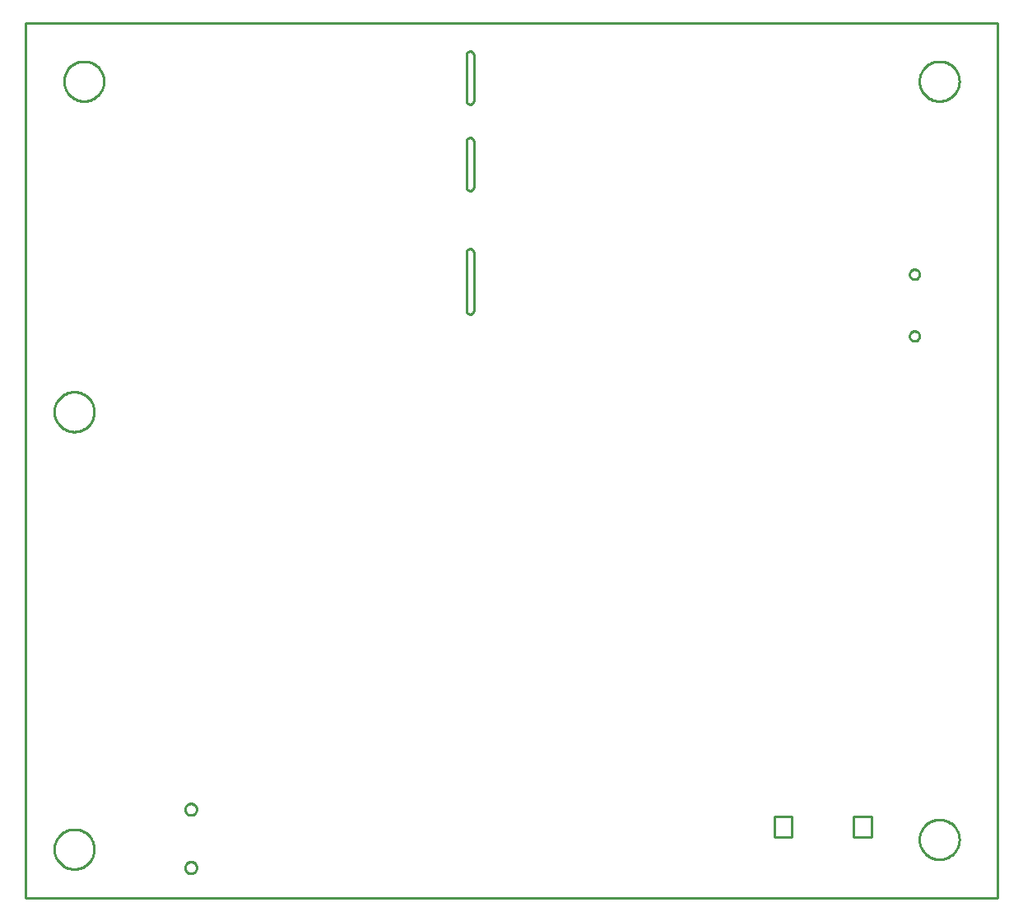
<source format=gbr>
G04 EAGLE Gerber RS-274X export*
G75*
%MOMM*%
%FSLAX34Y34*%
%LPD*%
%IN*%
%IPPOS*%
%AMOC8*
5,1,8,0,0,1.08239X$1,22.5*%
G01*
%ADD10C,0.254000*%


D10*
X0Y0D02*
X1000000Y0D01*
X1000000Y900000D01*
X0Y900000D01*
X0Y0D01*
X770000Y62500D02*
X788000Y62500D01*
X788000Y83500D01*
X770000Y83500D01*
X770000Y62500D01*
X852000Y62500D02*
X870000Y62500D01*
X870000Y83500D01*
X852000Y83500D01*
X852000Y62500D01*
X453390Y820090D02*
X453405Y819758D01*
X453448Y819428D01*
X453520Y819104D01*
X453620Y818787D01*
X453747Y818480D01*
X453900Y818185D01*
X454079Y817905D01*
X454281Y817641D01*
X454506Y817396D01*
X454751Y817171D01*
X455015Y816969D01*
X455295Y816790D01*
X455590Y816637D01*
X455897Y816510D01*
X456214Y816410D01*
X456538Y816338D01*
X456868Y816295D01*
X457200Y816280D01*
X457532Y816295D01*
X457862Y816338D01*
X458186Y816410D01*
X458503Y816510D01*
X458810Y816637D01*
X459105Y816790D01*
X459385Y816969D01*
X459649Y817171D01*
X459894Y817396D01*
X460119Y817641D01*
X460321Y817905D01*
X460500Y818185D01*
X460653Y818480D01*
X460780Y818787D01*
X460880Y819104D01*
X460952Y819428D01*
X460996Y819758D01*
X461010Y820090D01*
X461010Y867080D01*
X460996Y867412D01*
X460952Y867742D01*
X460880Y868066D01*
X460780Y868383D01*
X460653Y868690D01*
X460500Y868985D01*
X460321Y869265D01*
X460119Y869529D01*
X459894Y869774D01*
X459649Y869999D01*
X459385Y870201D01*
X459105Y870380D01*
X458810Y870533D01*
X458503Y870660D01*
X458186Y870760D01*
X457862Y870832D01*
X457532Y870876D01*
X457200Y870890D01*
X456868Y870876D01*
X456538Y870832D01*
X456214Y870760D01*
X455897Y870660D01*
X455590Y870533D01*
X455295Y870380D01*
X455015Y870201D01*
X454751Y869999D01*
X454506Y869774D01*
X454281Y869529D01*
X454079Y869265D01*
X453900Y868985D01*
X453747Y868690D01*
X453620Y868383D01*
X453520Y868066D01*
X453448Y867742D01*
X453405Y867412D01*
X453390Y867080D01*
X453390Y820090D01*
X453390Y731190D02*
X453405Y730858D01*
X453448Y730528D01*
X453520Y730204D01*
X453620Y729887D01*
X453747Y729580D01*
X453900Y729285D01*
X454079Y729005D01*
X454281Y728741D01*
X454506Y728496D01*
X454751Y728271D01*
X455015Y728069D01*
X455295Y727890D01*
X455590Y727737D01*
X455897Y727610D01*
X456214Y727510D01*
X456538Y727438D01*
X456868Y727395D01*
X457200Y727380D01*
X457532Y727395D01*
X457862Y727438D01*
X458186Y727510D01*
X458503Y727610D01*
X458810Y727737D01*
X459105Y727890D01*
X459385Y728069D01*
X459649Y728271D01*
X459894Y728496D01*
X460119Y728741D01*
X460321Y729005D01*
X460500Y729285D01*
X460653Y729580D01*
X460780Y729887D01*
X460880Y730204D01*
X460952Y730528D01*
X460996Y730858D01*
X461010Y731190D01*
X461010Y778180D01*
X460996Y778512D01*
X460952Y778842D01*
X460880Y779166D01*
X460780Y779483D01*
X460653Y779790D01*
X460500Y780085D01*
X460321Y780365D01*
X460119Y780629D01*
X459894Y780874D01*
X459649Y781099D01*
X459385Y781301D01*
X459105Y781480D01*
X458810Y781633D01*
X458503Y781760D01*
X458186Y781860D01*
X457862Y781932D01*
X457532Y781976D01*
X457200Y781990D01*
X456868Y781976D01*
X456538Y781932D01*
X456214Y781860D01*
X455897Y781760D01*
X455590Y781633D01*
X455295Y781480D01*
X455015Y781301D01*
X454751Y781099D01*
X454506Y780874D01*
X454281Y780629D01*
X454079Y780365D01*
X453900Y780085D01*
X453747Y779790D01*
X453620Y779483D01*
X453520Y779166D01*
X453448Y778842D01*
X453405Y778512D01*
X453390Y778180D01*
X453390Y731190D01*
X453390Y604190D02*
X453405Y603858D01*
X453448Y603528D01*
X453520Y603204D01*
X453620Y602887D01*
X453747Y602580D01*
X453900Y602285D01*
X454079Y602005D01*
X454281Y601741D01*
X454506Y601496D01*
X454751Y601271D01*
X455015Y601069D01*
X455295Y600890D01*
X455590Y600737D01*
X455897Y600610D01*
X456214Y600510D01*
X456538Y600438D01*
X456868Y600395D01*
X457200Y600380D01*
X457532Y600395D01*
X457862Y600438D01*
X458186Y600510D01*
X458503Y600610D01*
X458810Y600737D01*
X459105Y600890D01*
X459385Y601069D01*
X459649Y601271D01*
X459894Y601496D01*
X460119Y601741D01*
X460321Y602005D01*
X460500Y602285D01*
X460653Y602580D01*
X460780Y602887D01*
X460880Y603204D01*
X460952Y603528D01*
X460996Y603858D01*
X461010Y604190D01*
X461010Y663880D01*
X460996Y664212D01*
X460952Y664542D01*
X460880Y664866D01*
X460780Y665183D01*
X460653Y665490D01*
X460500Y665785D01*
X460321Y666065D01*
X460119Y666329D01*
X459894Y666574D01*
X459649Y666799D01*
X459385Y667001D01*
X459105Y667180D01*
X458810Y667333D01*
X458503Y667460D01*
X458186Y667560D01*
X457862Y667632D01*
X457532Y667676D01*
X457200Y667690D01*
X456868Y667676D01*
X456538Y667632D01*
X456214Y667560D01*
X455897Y667460D01*
X455590Y667333D01*
X455295Y667180D01*
X455015Y667001D01*
X454751Y666799D01*
X454506Y666574D01*
X454281Y666329D01*
X454079Y666065D01*
X453900Y665785D01*
X453747Y665490D01*
X453620Y665183D01*
X453520Y664866D01*
X453448Y664542D01*
X453405Y664212D01*
X453390Y663880D01*
X453390Y604190D01*
X80500Y839381D02*
X80425Y838144D01*
X80276Y836914D01*
X80053Y835695D01*
X79756Y834493D01*
X79388Y833310D01*
X78948Y832151D01*
X78440Y831022D01*
X77864Y829925D01*
X77223Y828864D01*
X76519Y827845D01*
X75755Y826870D01*
X74934Y825942D01*
X74058Y825066D01*
X73130Y824245D01*
X72155Y823481D01*
X71136Y822777D01*
X70075Y822136D01*
X68978Y821560D01*
X67849Y821052D01*
X66690Y820613D01*
X65507Y820244D01*
X64305Y819947D01*
X63086Y819724D01*
X61856Y819575D01*
X60619Y819500D01*
X59381Y819500D01*
X58144Y819575D01*
X56914Y819724D01*
X55695Y819947D01*
X54493Y820244D01*
X53310Y820613D01*
X52151Y821052D01*
X51022Y821560D01*
X49925Y822136D01*
X48864Y822777D01*
X47845Y823481D01*
X46870Y824245D01*
X45942Y825066D01*
X45066Y825942D01*
X44245Y826870D01*
X43481Y827845D01*
X42777Y828864D01*
X42136Y829925D01*
X41560Y831022D01*
X41052Y832151D01*
X40613Y833310D01*
X40244Y834493D01*
X39947Y835695D01*
X39724Y836914D01*
X39575Y838144D01*
X39500Y839381D01*
X39500Y840619D01*
X39575Y841856D01*
X39724Y843086D01*
X39947Y844305D01*
X40244Y845507D01*
X40613Y846690D01*
X41052Y847849D01*
X41560Y848978D01*
X42136Y850075D01*
X42777Y851136D01*
X43481Y852155D01*
X44245Y853130D01*
X45066Y854058D01*
X45942Y854934D01*
X46870Y855755D01*
X47845Y856519D01*
X48864Y857223D01*
X49925Y857864D01*
X51022Y858440D01*
X52151Y858948D01*
X53310Y859388D01*
X54493Y859756D01*
X55695Y860053D01*
X56914Y860276D01*
X58144Y860425D01*
X59381Y860500D01*
X60619Y860500D01*
X61856Y860425D01*
X63086Y860276D01*
X64305Y860053D01*
X65507Y859756D01*
X66690Y859388D01*
X67849Y858948D01*
X68978Y858440D01*
X70075Y857864D01*
X71136Y857223D01*
X72155Y856519D01*
X73130Y855755D01*
X74058Y854934D01*
X74934Y854058D01*
X75755Y853130D01*
X76519Y852155D01*
X77223Y851136D01*
X77864Y850075D01*
X78440Y848978D01*
X78948Y847849D01*
X79388Y846690D01*
X79756Y845507D01*
X80053Y844305D01*
X80276Y843086D01*
X80425Y841856D01*
X80500Y840619D01*
X80500Y839381D01*
X960500Y839381D02*
X960425Y838144D01*
X960276Y836914D01*
X960053Y835695D01*
X959756Y834493D01*
X959388Y833310D01*
X958948Y832151D01*
X958440Y831022D01*
X957864Y829925D01*
X957223Y828864D01*
X956519Y827845D01*
X955755Y826870D01*
X954934Y825942D01*
X954058Y825066D01*
X953130Y824245D01*
X952155Y823481D01*
X951136Y822777D01*
X950075Y822136D01*
X948978Y821560D01*
X947849Y821052D01*
X946690Y820613D01*
X945507Y820244D01*
X944305Y819947D01*
X943086Y819724D01*
X941856Y819575D01*
X940619Y819500D01*
X939381Y819500D01*
X938144Y819575D01*
X936914Y819724D01*
X935695Y819947D01*
X934493Y820244D01*
X933310Y820613D01*
X932151Y821052D01*
X931022Y821560D01*
X929925Y822136D01*
X928864Y822777D01*
X927845Y823481D01*
X926870Y824245D01*
X925942Y825066D01*
X925066Y825942D01*
X924245Y826870D01*
X923481Y827845D01*
X922777Y828864D01*
X922136Y829925D01*
X921560Y831022D01*
X921052Y832151D01*
X920613Y833310D01*
X920244Y834493D01*
X919947Y835695D01*
X919724Y836914D01*
X919575Y838144D01*
X919500Y839381D01*
X919500Y840619D01*
X919575Y841856D01*
X919724Y843086D01*
X919947Y844305D01*
X920244Y845507D01*
X920613Y846690D01*
X921052Y847849D01*
X921560Y848978D01*
X922136Y850075D01*
X922777Y851136D01*
X923481Y852155D01*
X924245Y853130D01*
X925066Y854058D01*
X925942Y854934D01*
X926870Y855755D01*
X927845Y856519D01*
X928864Y857223D01*
X929925Y857864D01*
X931022Y858440D01*
X932151Y858948D01*
X933310Y859388D01*
X934493Y859756D01*
X935695Y860053D01*
X936914Y860276D01*
X938144Y860425D01*
X939381Y860500D01*
X940619Y860500D01*
X941856Y860425D01*
X943086Y860276D01*
X944305Y860053D01*
X945507Y859756D01*
X946690Y859388D01*
X947849Y858948D01*
X948978Y858440D01*
X950075Y857864D01*
X951136Y857223D01*
X952155Y856519D01*
X953130Y855755D01*
X954058Y854934D01*
X954934Y854058D01*
X955755Y853130D01*
X956519Y852155D01*
X957223Y851136D01*
X957864Y850075D01*
X958440Y848978D01*
X958948Y847849D01*
X959388Y846690D01*
X959756Y845507D01*
X960053Y844305D01*
X960276Y843086D01*
X960425Y841856D01*
X960500Y840619D01*
X960500Y839381D01*
X960500Y59381D02*
X960425Y58144D01*
X960276Y56914D01*
X960053Y55695D01*
X959756Y54493D01*
X959388Y53310D01*
X958948Y52151D01*
X958440Y51022D01*
X957864Y49925D01*
X957223Y48864D01*
X956519Y47845D01*
X955755Y46870D01*
X954934Y45942D01*
X954058Y45066D01*
X953130Y44245D01*
X952155Y43481D01*
X951136Y42777D01*
X950075Y42136D01*
X948978Y41560D01*
X947849Y41052D01*
X946690Y40613D01*
X945507Y40244D01*
X944305Y39947D01*
X943086Y39724D01*
X941856Y39575D01*
X940619Y39500D01*
X939381Y39500D01*
X938144Y39575D01*
X936914Y39724D01*
X935695Y39947D01*
X934493Y40244D01*
X933310Y40613D01*
X932151Y41052D01*
X931022Y41560D01*
X929925Y42136D01*
X928864Y42777D01*
X927845Y43481D01*
X926870Y44245D01*
X925942Y45066D01*
X925066Y45942D01*
X924245Y46870D01*
X923481Y47845D01*
X922777Y48864D01*
X922136Y49925D01*
X921560Y51022D01*
X921052Y52151D01*
X920613Y53310D01*
X920244Y54493D01*
X919947Y55695D01*
X919724Y56914D01*
X919575Y58144D01*
X919500Y59381D01*
X919500Y60619D01*
X919575Y61856D01*
X919724Y63086D01*
X919947Y64305D01*
X920244Y65507D01*
X920613Y66690D01*
X921052Y67849D01*
X921560Y68978D01*
X922136Y70075D01*
X922777Y71136D01*
X923481Y72155D01*
X924245Y73130D01*
X925066Y74058D01*
X925942Y74934D01*
X926870Y75755D01*
X927845Y76519D01*
X928864Y77223D01*
X929925Y77864D01*
X931022Y78440D01*
X932151Y78948D01*
X933310Y79388D01*
X934493Y79756D01*
X935695Y80053D01*
X936914Y80276D01*
X938144Y80425D01*
X939381Y80500D01*
X940619Y80500D01*
X941856Y80425D01*
X943086Y80276D01*
X944305Y80053D01*
X945507Y79756D01*
X946690Y79388D01*
X947849Y78948D01*
X948978Y78440D01*
X950075Y77864D01*
X951136Y77223D01*
X952155Y76519D01*
X953130Y75755D01*
X954058Y74934D01*
X954934Y74058D01*
X955755Y73130D01*
X956519Y72155D01*
X957223Y71136D01*
X957864Y70075D01*
X958440Y68978D01*
X958948Y67849D01*
X959388Y66690D01*
X959756Y65507D01*
X960053Y64305D01*
X960276Y63086D01*
X960425Y61856D01*
X960500Y60619D01*
X960500Y59381D01*
X70500Y49381D02*
X70425Y48144D01*
X70276Y46914D01*
X70053Y45695D01*
X69756Y44493D01*
X69388Y43310D01*
X68948Y42151D01*
X68440Y41022D01*
X67864Y39925D01*
X67223Y38864D01*
X66519Y37845D01*
X65755Y36870D01*
X64934Y35942D01*
X64058Y35066D01*
X63130Y34245D01*
X62155Y33481D01*
X61136Y32777D01*
X60075Y32136D01*
X58978Y31560D01*
X57849Y31052D01*
X56690Y30613D01*
X55507Y30244D01*
X54305Y29947D01*
X53086Y29724D01*
X51856Y29575D01*
X50619Y29500D01*
X49381Y29500D01*
X48144Y29575D01*
X46914Y29724D01*
X45695Y29947D01*
X44493Y30244D01*
X43310Y30613D01*
X42151Y31052D01*
X41022Y31560D01*
X39925Y32136D01*
X38864Y32777D01*
X37845Y33481D01*
X36870Y34245D01*
X35942Y35066D01*
X35066Y35942D01*
X34245Y36870D01*
X33481Y37845D01*
X32777Y38864D01*
X32136Y39925D01*
X31560Y41022D01*
X31052Y42151D01*
X30613Y43310D01*
X30244Y44493D01*
X29947Y45695D01*
X29724Y46914D01*
X29575Y48144D01*
X29500Y49381D01*
X29500Y50619D01*
X29575Y51856D01*
X29724Y53086D01*
X29947Y54305D01*
X30244Y55507D01*
X30613Y56690D01*
X31052Y57849D01*
X31560Y58978D01*
X32136Y60075D01*
X32777Y61136D01*
X33481Y62155D01*
X34245Y63130D01*
X35066Y64058D01*
X35942Y64934D01*
X36870Y65755D01*
X37845Y66519D01*
X38864Y67223D01*
X39925Y67864D01*
X41022Y68440D01*
X42151Y68948D01*
X43310Y69388D01*
X44493Y69756D01*
X45695Y70053D01*
X46914Y70276D01*
X48144Y70425D01*
X49381Y70500D01*
X50619Y70500D01*
X51856Y70425D01*
X53086Y70276D01*
X54305Y70053D01*
X55507Y69756D01*
X56690Y69388D01*
X57849Y68948D01*
X58978Y68440D01*
X60075Y67864D01*
X61136Y67223D01*
X62155Y66519D01*
X63130Y65755D01*
X64058Y64934D01*
X64934Y64058D01*
X65755Y63130D01*
X66519Y62155D01*
X67223Y61136D01*
X67864Y60075D01*
X68440Y58978D01*
X68948Y57849D01*
X69388Y56690D01*
X69756Y55507D01*
X70053Y54305D01*
X70276Y53086D01*
X70425Y51856D01*
X70500Y50619D01*
X70500Y49381D01*
X70500Y499381D02*
X70425Y498144D01*
X70276Y496914D01*
X70053Y495695D01*
X69756Y494493D01*
X69388Y493310D01*
X68948Y492151D01*
X68440Y491022D01*
X67864Y489925D01*
X67223Y488864D01*
X66519Y487845D01*
X65755Y486870D01*
X64934Y485942D01*
X64058Y485066D01*
X63130Y484245D01*
X62155Y483481D01*
X61136Y482777D01*
X60075Y482136D01*
X58978Y481560D01*
X57849Y481052D01*
X56690Y480613D01*
X55507Y480244D01*
X54305Y479947D01*
X53086Y479724D01*
X51856Y479575D01*
X50619Y479500D01*
X49381Y479500D01*
X48144Y479575D01*
X46914Y479724D01*
X45695Y479947D01*
X44493Y480244D01*
X43310Y480613D01*
X42151Y481052D01*
X41022Y481560D01*
X39925Y482136D01*
X38864Y482777D01*
X37845Y483481D01*
X36870Y484245D01*
X35942Y485066D01*
X35066Y485942D01*
X34245Y486870D01*
X33481Y487845D01*
X32777Y488864D01*
X32136Y489925D01*
X31560Y491022D01*
X31052Y492151D01*
X30613Y493310D01*
X30244Y494493D01*
X29947Y495695D01*
X29724Y496914D01*
X29575Y498144D01*
X29500Y499381D01*
X29500Y500619D01*
X29575Y501856D01*
X29724Y503086D01*
X29947Y504305D01*
X30244Y505507D01*
X30613Y506690D01*
X31052Y507849D01*
X31560Y508978D01*
X32136Y510075D01*
X32777Y511136D01*
X33481Y512155D01*
X34245Y513130D01*
X35066Y514058D01*
X35942Y514934D01*
X36870Y515755D01*
X37845Y516519D01*
X38864Y517223D01*
X39925Y517864D01*
X41022Y518440D01*
X42151Y518948D01*
X43310Y519388D01*
X44493Y519756D01*
X45695Y520053D01*
X46914Y520276D01*
X48144Y520425D01*
X49381Y520500D01*
X50619Y520500D01*
X51856Y520425D01*
X53086Y520276D01*
X54305Y520053D01*
X55507Y519756D01*
X56690Y519388D01*
X57849Y518948D01*
X58978Y518440D01*
X60075Y517864D01*
X61136Y517223D01*
X62155Y516519D01*
X63130Y515755D01*
X64058Y514934D01*
X64934Y514058D01*
X65755Y513130D01*
X66519Y512155D01*
X67223Y511136D01*
X67864Y510075D01*
X68440Y508978D01*
X68948Y507849D01*
X69388Y506690D01*
X69756Y505507D01*
X70053Y504305D01*
X70276Y503086D01*
X70425Y501856D01*
X70500Y500619D01*
X70500Y499381D01*
X914686Y646450D02*
X915256Y646386D01*
X915814Y646258D01*
X916355Y646069D01*
X916871Y645821D01*
X917356Y645516D01*
X917804Y645159D01*
X918209Y644754D01*
X918566Y644306D01*
X918871Y643821D01*
X919119Y643305D01*
X919308Y642764D01*
X919436Y642206D01*
X919500Y641636D01*
X919500Y641064D01*
X919436Y640494D01*
X919308Y639936D01*
X919119Y639395D01*
X918871Y638879D01*
X918566Y638394D01*
X918209Y637946D01*
X917804Y637541D01*
X917356Y637184D01*
X916871Y636879D01*
X916355Y636631D01*
X915814Y636442D01*
X915256Y636314D01*
X914686Y636250D01*
X914114Y636250D01*
X913544Y636314D01*
X912986Y636442D01*
X912445Y636631D01*
X911929Y636879D01*
X911444Y637184D01*
X910996Y637541D01*
X910591Y637946D01*
X910234Y638394D01*
X909929Y638879D01*
X909681Y639395D01*
X909492Y639936D01*
X909364Y640494D01*
X909300Y641064D01*
X909300Y641636D01*
X909364Y642206D01*
X909492Y642764D01*
X909681Y643305D01*
X909929Y643821D01*
X910234Y644306D01*
X910591Y644754D01*
X910996Y645159D01*
X911444Y645516D01*
X911929Y645821D01*
X912445Y646069D01*
X912986Y646258D01*
X913544Y646386D01*
X914114Y646450D01*
X914686Y646450D01*
X914686Y582950D02*
X915256Y582886D01*
X915814Y582758D01*
X916355Y582569D01*
X916871Y582321D01*
X917356Y582016D01*
X917804Y581659D01*
X918209Y581254D01*
X918566Y580806D01*
X918871Y580321D01*
X919119Y579805D01*
X919308Y579264D01*
X919436Y578706D01*
X919500Y578136D01*
X919500Y577564D01*
X919436Y576994D01*
X919308Y576436D01*
X919119Y575895D01*
X918871Y575379D01*
X918566Y574894D01*
X918209Y574446D01*
X917804Y574041D01*
X917356Y573684D01*
X916871Y573379D01*
X916355Y573131D01*
X915814Y572942D01*
X915256Y572814D01*
X914686Y572750D01*
X914114Y572750D01*
X913544Y572814D01*
X912986Y572942D01*
X912445Y573131D01*
X911929Y573379D01*
X911444Y573684D01*
X910996Y574041D01*
X910591Y574446D01*
X910234Y574894D01*
X909929Y575379D01*
X909681Y575895D01*
X909492Y576436D01*
X909364Y576994D01*
X909300Y577564D01*
X909300Y578136D01*
X909364Y578706D01*
X909492Y579264D01*
X909681Y579805D01*
X909929Y580321D01*
X910234Y580806D01*
X910591Y581254D01*
X910996Y581659D01*
X911444Y582016D01*
X911929Y582321D01*
X912445Y582569D01*
X912986Y582758D01*
X913544Y582886D01*
X914114Y582950D01*
X914686Y582950D01*
X170337Y37000D02*
X171007Y36925D01*
X171664Y36775D01*
X172300Y36552D01*
X172907Y36260D01*
X173478Y35901D01*
X174004Y35481D01*
X174481Y35004D01*
X174901Y34478D01*
X175260Y33907D01*
X175552Y33300D01*
X175775Y32664D01*
X175925Y32007D01*
X176000Y31337D01*
X176000Y30663D01*
X175925Y29993D01*
X175775Y29336D01*
X175552Y28700D01*
X175260Y28093D01*
X174901Y27523D01*
X174481Y26996D01*
X174004Y26519D01*
X173478Y26099D01*
X172907Y25740D01*
X172300Y25448D01*
X171664Y25225D01*
X171007Y25075D01*
X170337Y25000D01*
X169663Y25000D01*
X168993Y25075D01*
X168336Y25225D01*
X167700Y25448D01*
X167093Y25740D01*
X166523Y26099D01*
X165996Y26519D01*
X165519Y26996D01*
X165099Y27523D01*
X164740Y28093D01*
X164448Y28700D01*
X164225Y29336D01*
X164075Y29993D01*
X164000Y30663D01*
X164000Y31337D01*
X164075Y32007D01*
X164225Y32664D01*
X164448Y33300D01*
X164740Y33907D01*
X165099Y34478D01*
X165519Y35004D01*
X165996Y35481D01*
X166523Y35901D01*
X167093Y36260D01*
X167700Y36552D01*
X168336Y36775D01*
X168993Y36925D01*
X169663Y37000D01*
X170337Y37000D01*
X170337Y97000D02*
X171007Y96925D01*
X171664Y96775D01*
X172300Y96552D01*
X172907Y96260D01*
X173478Y95901D01*
X174004Y95481D01*
X174481Y95004D01*
X174901Y94478D01*
X175260Y93907D01*
X175552Y93300D01*
X175775Y92664D01*
X175925Y92007D01*
X176000Y91337D01*
X176000Y90663D01*
X175925Y89993D01*
X175775Y89336D01*
X175552Y88700D01*
X175260Y88093D01*
X174901Y87523D01*
X174481Y86996D01*
X174004Y86519D01*
X173478Y86099D01*
X172907Y85740D01*
X172300Y85448D01*
X171664Y85225D01*
X171007Y85075D01*
X170337Y85000D01*
X169663Y85000D01*
X168993Y85075D01*
X168336Y85225D01*
X167700Y85448D01*
X167093Y85740D01*
X166523Y86099D01*
X165996Y86519D01*
X165519Y86996D01*
X165099Y87523D01*
X164740Y88093D01*
X164448Y88700D01*
X164225Y89336D01*
X164075Y89993D01*
X164000Y90663D01*
X164000Y91337D01*
X164075Y92007D01*
X164225Y92664D01*
X164448Y93300D01*
X164740Y93907D01*
X165099Y94478D01*
X165519Y95004D01*
X165996Y95481D01*
X166523Y95901D01*
X167093Y96260D01*
X167700Y96552D01*
X168336Y96775D01*
X168993Y96925D01*
X169663Y97000D01*
X170337Y97000D01*
M02*

</source>
